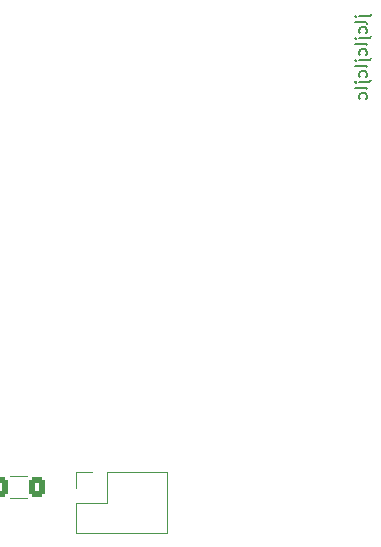
<source format=gbr>
G04 #@! TF.GenerationSoftware,KiCad,Pcbnew,(6.99.0-2452-gdb4f2d9dd8)*
G04 #@! TF.CreationDate,2022-08-02T18:55:21-05:00*
G04 #@! TF.ProjectId,AIAA,41494141-2e6b-4696-9361-645f70636258,rev?*
G04 #@! TF.SameCoordinates,Original*
G04 #@! TF.FileFunction,Legend,Bot*
G04 #@! TF.FilePolarity,Positive*
%FSLAX46Y46*%
G04 Gerber Fmt 4.6, Leading zero omitted, Abs format (unit mm)*
G04 Created by KiCad (PCBNEW (6.99.0-2452-gdb4f2d9dd8)) date 2022-08-02 18:55:21*
%MOMM*%
%LPD*%
G01*
G04 APERTURE LIST*
G04 Aperture macros list*
%AMRoundRect*
0 Rectangle with rounded corners*
0 $1 Rounding radius*
0 $2 $3 $4 $5 $6 $7 $8 $9 X,Y pos of 4 corners*
0 Add a 4 corners polygon primitive as box body*
4,1,4,$2,$3,$4,$5,$6,$7,$8,$9,$2,$3,0*
0 Add four circle primitives for the rounded corners*
1,1,$1+$1,$2,$3*
1,1,$1+$1,$4,$5*
1,1,$1+$1,$6,$7*
1,1,$1+$1,$8,$9*
0 Add four rect primitives between the rounded corners*
20,1,$1+$1,$2,$3,$4,$5,0*
20,1,$1+$1,$4,$5,$6,$7,0*
20,1,$1+$1,$6,$7,$8,$9,0*
20,1,$1+$1,$8,$9,$2,$3,0*%
G04 Aperture macros list end*
%ADD10C,0.150000*%
%ADD11C,0.120000*%
%ADD12R,1.800000X1.800000*%
%ADD13C,1.800000*%
%ADD14R,1.700000X1.700000*%
%ADD15O,1.700000X1.700000*%
%ADD16RoundRect,0.250000X-0.400000X-0.625000X0.400000X-0.625000X0.400000X0.625000X-0.400000X0.625000X0*%
G04 APERTURE END LIST*
D10*
X103400714Y-124023809D02*
X104257857Y-124023809D01*
X104257857Y-124023809D02*
X104353095Y-123976190D01*
X104353095Y-123976190D02*
X104400714Y-123880952D01*
X104400714Y-123880952D02*
X104400714Y-123833333D01*
X103067380Y-124023809D02*
X103115000Y-123976190D01*
X103115000Y-123976190D02*
X103162619Y-124023809D01*
X103162619Y-124023809D02*
X103115000Y-124071428D01*
X103115000Y-124071428D02*
X103067380Y-124023809D01*
X103067380Y-124023809D02*
X103162619Y-124023809D01*
X104067380Y-124642856D02*
X104019761Y-124547618D01*
X104019761Y-124547618D02*
X103924523Y-124499999D01*
X103924523Y-124499999D02*
X103067380Y-124499999D01*
X104019761Y-125452380D02*
X104067380Y-125357142D01*
X104067380Y-125357142D02*
X104067380Y-125166666D01*
X104067380Y-125166666D02*
X104019761Y-125071428D01*
X104019761Y-125071428D02*
X103972142Y-125023809D01*
X103972142Y-125023809D02*
X103876904Y-124976190D01*
X103876904Y-124976190D02*
X103591190Y-124976190D01*
X103591190Y-124976190D02*
X103495952Y-125023809D01*
X103495952Y-125023809D02*
X103448333Y-125071428D01*
X103448333Y-125071428D02*
X103400714Y-125166666D01*
X103400714Y-125166666D02*
X103400714Y-125357142D01*
X103400714Y-125357142D02*
X103448333Y-125452380D01*
X103400714Y-125880952D02*
X104257857Y-125880952D01*
X104257857Y-125880952D02*
X104353095Y-125833333D01*
X104353095Y-125833333D02*
X104400714Y-125738095D01*
X104400714Y-125738095D02*
X104400714Y-125690476D01*
X103067380Y-125880952D02*
X103115000Y-125833333D01*
X103115000Y-125833333D02*
X103162619Y-125880952D01*
X103162619Y-125880952D02*
X103115000Y-125928571D01*
X103115000Y-125928571D02*
X103067380Y-125880952D01*
X103067380Y-125880952D02*
X103162619Y-125880952D01*
X104067380Y-126499999D02*
X104019761Y-126404761D01*
X104019761Y-126404761D02*
X103924523Y-126357142D01*
X103924523Y-126357142D02*
X103067380Y-126357142D01*
X104019761Y-127309523D02*
X104067380Y-127214285D01*
X104067380Y-127214285D02*
X104067380Y-127023809D01*
X104067380Y-127023809D02*
X104019761Y-126928571D01*
X104019761Y-126928571D02*
X103972142Y-126880952D01*
X103972142Y-126880952D02*
X103876904Y-126833333D01*
X103876904Y-126833333D02*
X103591190Y-126833333D01*
X103591190Y-126833333D02*
X103495952Y-126880952D01*
X103495952Y-126880952D02*
X103448333Y-126928571D01*
X103448333Y-126928571D02*
X103400714Y-127023809D01*
X103400714Y-127023809D02*
X103400714Y-127214285D01*
X103400714Y-127214285D02*
X103448333Y-127309523D01*
X103400714Y-127738095D02*
X104257857Y-127738095D01*
X104257857Y-127738095D02*
X104353095Y-127690476D01*
X104353095Y-127690476D02*
X104400714Y-127595238D01*
X104400714Y-127595238D02*
X104400714Y-127547619D01*
X103067380Y-127738095D02*
X103115000Y-127690476D01*
X103115000Y-127690476D02*
X103162619Y-127738095D01*
X103162619Y-127738095D02*
X103115000Y-127785714D01*
X103115000Y-127785714D02*
X103067380Y-127738095D01*
X103067380Y-127738095D02*
X103162619Y-127738095D01*
X104067380Y-128357142D02*
X104019761Y-128261904D01*
X104019761Y-128261904D02*
X103924523Y-128214285D01*
X103924523Y-128214285D02*
X103067380Y-128214285D01*
X104019761Y-129166666D02*
X104067380Y-129071428D01*
X104067380Y-129071428D02*
X104067380Y-128880952D01*
X104067380Y-128880952D02*
X104019761Y-128785714D01*
X104019761Y-128785714D02*
X103972142Y-128738095D01*
X103972142Y-128738095D02*
X103876904Y-128690476D01*
X103876904Y-128690476D02*
X103591190Y-128690476D01*
X103591190Y-128690476D02*
X103495952Y-128738095D01*
X103495952Y-128738095D02*
X103448333Y-128785714D01*
X103448333Y-128785714D02*
X103400714Y-128880952D01*
X103400714Y-128880952D02*
X103400714Y-129071428D01*
X103400714Y-129071428D02*
X103448333Y-129166666D01*
X103400714Y-129595238D02*
X104257857Y-129595238D01*
X104257857Y-129595238D02*
X104353095Y-129547619D01*
X104353095Y-129547619D02*
X104400714Y-129452381D01*
X104400714Y-129452381D02*
X104400714Y-129404762D01*
X103067380Y-129595238D02*
X103115000Y-129547619D01*
X103115000Y-129547619D02*
X103162619Y-129595238D01*
X103162619Y-129595238D02*
X103115000Y-129642857D01*
X103115000Y-129642857D02*
X103067380Y-129595238D01*
X103067380Y-129595238D02*
X103162619Y-129595238D01*
X104067380Y-130214285D02*
X104019761Y-130119047D01*
X104019761Y-130119047D02*
X103924523Y-130071428D01*
X103924523Y-130071428D02*
X103067380Y-130071428D01*
X104019761Y-131023809D02*
X104067380Y-130928571D01*
X104067380Y-130928571D02*
X104067380Y-130738095D01*
X104067380Y-130738095D02*
X104019761Y-130642857D01*
X104019761Y-130642857D02*
X103972142Y-130595238D01*
X103972142Y-130595238D02*
X103876904Y-130547619D01*
X103876904Y-130547619D02*
X103591190Y-130547619D01*
X103591190Y-130547619D02*
X103495952Y-130595238D01*
X103495952Y-130595238D02*
X103448333Y-130642857D01*
X103448333Y-130642857D02*
X103400714Y-130738095D01*
X103400714Y-130738095D02*
X103400714Y-130928571D01*
X103400714Y-130928571D02*
X103448333Y-131023809D01*
D11*
X87170000Y-162600000D02*
X87170000Y-167800000D01*
X82030000Y-162600000D02*
X87170000Y-162600000D01*
X82030000Y-162600000D02*
X82030000Y-165200000D01*
X80760000Y-162600000D02*
X79430000Y-162600000D01*
X79430000Y-162600000D02*
X79430000Y-163930000D01*
X82030000Y-165200000D02*
X79430000Y-165200000D01*
X79430000Y-165200000D02*
X79430000Y-167800000D01*
X79430000Y-167800000D02*
X87170000Y-167800000D01*
X73822936Y-162990000D02*
X75277064Y-162990000D01*
X73822936Y-164810000D02*
X75277064Y-164810000D01*
%LPC*%
D12*
X67399999Y-166499999D03*
D13*
X67400000Y-163960000D03*
D14*
X80759999Y-163929999D03*
D15*
X80759999Y-166469999D03*
X83299999Y-163929999D03*
X83299999Y-166469999D03*
X85839999Y-163929999D03*
X85839999Y-166469999D03*
D16*
X73000000Y-163900000D03*
X76100000Y-163900000D03*
M02*

</source>
